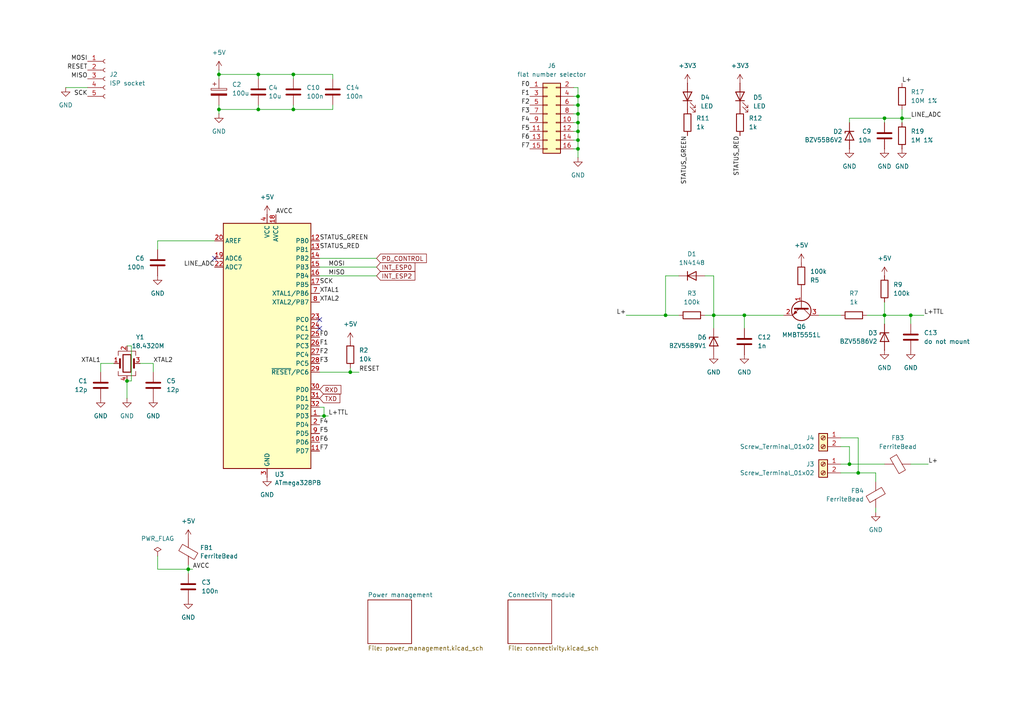
<source format=kicad_sch>
(kicad_sch (version 20231120) (generator "eeschema") (generator_version "8.0")
  (paper "A4")
  (title_block (title "Doorphone sniffer") (date "2024-10-29") (rev "1") (company "Evil Corp.") (comment 1 "Sniffs numbers of flats that are called on the line.") (comment 2 "Sends notifications about events over MQTT.") (comment 3 "Supports Proel-compatible doorphones."))
  (lib_symbols
    (symbol "Connector:Conn_01x05_Socket" (pin_names (offset 1.016) hide)
      (property "Reference" "J" (at 0 7.62 0))
      (property "Value" "Conn_01x05_Socket" (at 0 -7.62 0))
      (symbol "Conn_01x05_Socket_1_1"
        (arc (start 0 -4.572) (mid -0.5058 -5.08) (end 0 -5.588) (stroke (width 0.1524)))
        (arc (start 0 -2.032) (mid -0.5058 -2.54) (end 0 -3.048) (stroke (width 0.1524)))
        (polyline (pts (xy -1.27 -5.08) (xy -0.508 -5.08)) (stroke (width 0.1524)))
        (polyline (pts (xy -1.27 -2.54) (xy -0.508 -2.54)) (stroke (width 0.1524)))
        (polyline (pts (xy -1.27 0) (xy -0.508 0)) (stroke (width 0.1524)))
        (polyline (pts (xy -1.27 2.54) (xy -0.508 2.54)) (stroke (width 0.1524)))
        (polyline (pts (xy -1.27 5.08) (xy -0.508 5.08)) (stroke (width 0.1524)))
        (arc (start 0 0.508) (mid -0.5058 0) (end 0 -0.508) (stroke (width 0.1524)))
        (arc (start 0 3.048) (mid -0.5058 2.54) (end 0 2.032) (stroke (width 0.1524)))
        (arc (start 0 5.588) (mid -0.5058 5.08) (end 0 4.572) (stroke (width 0.1524)))
        (pin passive line (at -5.08 5.08 0) (length 3.81) (name "Pin_1") (number "1"))
        (pin passive line (at -5.08 2.54 0) (length 3.81) (name "Pin_2") (number "2"))
        (pin passive line (at -5.08 0 0) (length 3.81) (name "Pin_3") (number "3"))
        (pin passive line (at -5.08 -2.54 0) (length 3.81) (name "Pin_4") (number "4"))
        (pin passive line (at -5.08 -5.08 0) (length 3.81) (name "Pin_5") (number "5"))
      )
    )
    (symbol "Connector:Screw_Terminal_01x02" (pin_names (offset 1.016) hide)
      (property "Reference" "J" (at 0 2.54 0))
      (property "Value" "Screw_Terminal_01x02" (at 0 -5.08 0))
      (symbol "Screw_Terminal_01x02_1_1"
        (rectangle (start -1.27 1.27) (end 1.27 -3.81) (stroke (width 0.254)) (fill (type background)))
        (circle (center 0 -2.54) (radius 0.635) (stroke (width 0.1524)))
        (polyline (pts (xy -0.5334 -2.2098) (xy 0.3302 -3.048)) (stroke (width 0.1524)))
        (polyline (pts (xy -0.5334 0.3302) (xy 0.3302 -0.508)) (stroke (width 0.1524)))
        (polyline (pts (xy -0.3556 -2.032) (xy 0.508 -2.8702)) (stroke (width 0.1524)))
        (polyline (pts (xy -0.3556 0.508) (xy 0.508 -0.3302)) (stroke (width 0.1524)))
        (circle (center 0 0) (radius 0.635) (stroke (width 0.1524)))
        (pin passive line (at -5.08 0 0) (length 3.81) (name "Pin_1") (number "1"))
        (pin passive line (at -5.08 -2.54 0) (length 3.81) (name "Pin_2") (number "2"))
      )
    )
    (symbol "Connector_Generic:Conn_02x08_Odd_Even" (pin_names (offset 1.016) hide)
      (property "Reference" "J" (at 1.27 10.16 0))
      (property "Value" "Conn_02x08_Odd_Even" (at 1.27 -12.7 0))
      (symbol "Conn_02x08_Odd_Even_1_1"
        (rectangle (start -1.27 -10.033) (end 0 -10.287) (stroke (width 0.1524)))
        (rectangle (start -1.27 -7.493) (end 0 -7.747) (stroke (width 0.1524)))
        (rectangle (start -1.27 -4.953) (end 0 -5.207) (stroke (width 0.1524)))
        (rectangle (start -1.27 -2.413) (end 0 -2.667) (stroke (width 0.1524)))
        (rectangle (start -1.27 0.127) (end 0 -0.127) (stroke (width 0.1524)))
        (rectangle (start -1.27 2.667) (end 0 2.413) (stroke (width 0.1524)))
        (rectangle (start -1.27 5.207) (end 0 4.953) (stroke (width 0.1524)))
        (rectangle (start -1.27 7.747) (end 0 7.493) (stroke (width 0.1524)))
        (rectangle (start -1.27 8.89) (end 3.81 -11.43) (stroke (width 0.254)) (fill (type background)))
        (rectangle (start 3.81 -10.033) (end 2.54 -10.287) (stroke (width 0.1524)))
        (rectangle (start 3.81 -7.493) (end 2.54 -7.747) (stroke (width 0.1524)))
        (rectangle (start 3.81 -4.953) (end 2.54 -5.207) (stroke (width 0.1524)))
        (rectangle (start 3.81 -2.413) (end 2.54 -2.667) (stroke (width 0.1524)))
        (rectangle (start 3.81 0.127) (end 2.54 -0.127) (stroke (width 0.1524)))
        (rectangle (start 3.81 2.667) (end 2.54 2.413) (stroke (width 0.1524)))
        (rectangle (start 3.81 5.207) (end 2.54 4.953) (stroke (width 0.1524)))
        (rectangle (start 3.81 7.747) (end 2.54 7.493) (stroke (width 0.1524)))
        (pin passive line (at -5.08 7.62 0) (length 3.81) (name "Pin_1") (number "1"))
        (pin passive line (at 7.62 -2.54 180) (length 3.81) (name "Pin_10") (number "10"))
        (pin passive line (at -5.08 -5.08 0) (length 3.81) (name "Pin_11") (number "11"))
        (pin passive line (at 7.62 -5.08 180) (length 3.81) (name "Pin_12") (number "12"))
        (pin passive line (at -5.08 -7.62 0) (length 3.81) (name "Pin_13") (number "13"))
        (pin passive line (at 7.62 -7.62 180) (length 3.81) (name "Pin_14") (number "14"))
        (pin passive line (at -5.08 -10.16 0) (length 3.81) (name "Pin_15") (number "15"))
        (pin passive line (at 7.62 -10.16 180) (length 3.81) (name "Pin_16") (number "16"))
        (pin passive line (at 7.62 7.62 180) (length 3.81) (name "Pin_2") (number "2"))
        (pin passive line (at -5.08 5.08 0) (length 3.81) (name "Pin_3") (number "3"))
        (pin passive line (at 7.62 5.08 180) (length 3.81) (name "Pin_4") (number "4"))
        (pin passive line (at -5.08 2.54 0) (length 3.81) (name "Pin_5") (number "5"))
        (pin passive line (at 7.62 2.54 180) (length 3.81) (name "Pin_6") (number "6"))
        (pin passive line (at -5.08 0 0) (length 3.81) (name "Pin_7") (number "7"))
        (pin passive line (at 7.62 0 180) (length 3.81) (name "Pin_8") (number "8"))
        (pin passive line (at -5.08 -2.54 0) (length 3.81) (name "Pin_9") (number "9"))
      )
    )
    (symbol "Device:C" (pin_numbers hide) (pin_names (offset 0.254))
      (property "Reference" "C" (at 0.635 2.54 0))
      (property "Value" "C" (at 0.635 -2.54 0))
      (symbol "C_0_1"
        (polyline (pts (xy -2.032 -0.762) (xy 2.032 -0.762)) (stroke (width 0.508)))
        (polyline (pts (xy -2.032 0.762) (xy 2.032 0.762)) (stroke (width 0.508)))
      )
      (symbol "C_1_1"
        (pin passive line (at 0 3.81 270) (length 2.794) (name "~") (number "1"))
        (pin passive line (at 0 -3.81 90) (length 2.794) (name "~") (number "2"))
      )
    )
    (symbol "Device:C_Polarized" (pin_numbers hide) (pin_names (offset 0.254))
      (property "Reference" "C" (at 0.635 2.54 0))
      (property "Value" "C_Polarized" (at 0.635 -2.54 0))
      (symbol "C_Polarized_0_1"
        (rectangle (start -2.286 0.508) (end 2.286 1.016))
        (polyline (pts (xy -1.778 2.286) (xy -0.762 2.286)))
        (polyline (pts (xy -1.27 2.794) (xy -1.27 1.778)))
        (rectangle (start 2.286 -0.508) (end -2.286 -1.016) (fill (type outline)))
      )
      (symbol "C_Polarized_1_1"
        (pin passive line (at 0 3.81 270) (length 2.794) (name "~") (number "1"))
        (pin passive line (at 0 -3.81 90) (length 2.794) (name "~") (number "2"))
      )
    )
    (symbol "Device:Crystal_GND24" (pin_names (offset 1.016) hide)
      (property "Reference" "Y" (at 3.175 5.08 0))
      (property "Value" "Crystal_GND24" (at 3.175 3.175 0))
      (symbol "Crystal_GND24_0_1"
        (rectangle (start -1.143 2.54) (end 1.143 -2.54) (stroke (width 0.3048)))
        (polyline (pts (xy -2.54 0) (xy -2.032 0)))
        (polyline (pts (xy -2.032 -1.27) (xy -2.032 1.27)) (stroke (width 0.508)))
        (polyline (pts (xy 0 -3.81) (xy 0 -3.556)))
        (polyline (pts (xy 0 3.556) (xy 0 3.81)))
        (polyline (pts (xy 2.032 -1.27) (xy 2.032 1.27)) (stroke (width 0.508)))
        (polyline (pts (xy 2.032 0) (xy 2.54 0)))
        (polyline (pts (xy -2.54 -2.286) (xy -2.54 -3.556) (xy 2.54 -3.556) (xy 2.54 -2.286)))
        (polyline (pts (xy -2.54 2.286) (xy -2.54 3.556) (xy 2.54 3.556) (xy 2.54 2.286)))
      )
      (symbol "Crystal_GND24_1_1"
        (pin passive line (at -3.81 0 0) (length 1.27) (name "1") (number "1"))
        (pin passive line (at 0 5.08 270) (length 1.27) (name "2") (number "2"))
        (pin passive line (at 3.81 0 180) (length 1.27) (name "3") (number "3"))
        (pin passive line (at 0 -5.08 90) (length 1.27) (name "4") (number "4"))
      )
    )
    (symbol "Device:D" (pin_numbers hide) (pin_names (offset 1.016) hide)
      (property "Reference" "D" (at 0 2.54 0))
      (property "Value" "D" (at 0 -2.54 0))
      (symbol "D_0_1"
        (polyline (pts (xy -1.27 1.27) (xy -1.27 -1.27)) (stroke (width 0.254)))
        (polyline (pts (xy 1.27 0) (xy -1.27 0)))
        (polyline (pts (xy 1.27 1.27) (xy 1.27 -1.27) (xy -1.27 0) (xy 1.27 1.27)) (stroke (width 0.254)))
      )
      (symbol "D_1_1"
        (pin passive line (at -3.81 0 0) (length 2.54) (name "K") (number "1"))
        (pin passive line (at 3.81 0 180) (length 2.54) (name "A") (number "2"))
      )
    )
    (symbol "Device:FerriteBead" (pin_numbers hide) (pin_names (offset 0))
      (property "Reference" "FB" (at -3.81 0.635 90))
      (property "Value" "FerriteBead" (at 3.81 0 90))
      (symbol "FerriteBead_0_1"
        (polyline (pts (xy 0 -1.27) (xy 0 -1.2192)))
        (polyline (pts (xy 0 1.27) (xy 0 1.2954)))
        (polyline (pts (xy -2.7686 0.4064) (xy -1.7018 2.2606) (xy 2.7686 -0.3048) (xy 1.6764 -2.159) (xy -2.7686 0.4064)))
      )
      (symbol "FerriteBead_1_1"
        (pin passive line (at 0 3.81 270) (length 2.54) (name "~") (number "1"))
        (pin passive line (at 0 -3.81 90) (length 2.54) (name "~") (number "2"))
      )
    )
    (symbol "Device:LED" (pin_numbers hide) (pin_names (offset 1.016) hide)
      (property "Reference" "D" (at 0 2.54 0))
      (property "Value" "LED" (at 0 -2.54 0))
      (symbol "LED_0_1"
        (polyline (pts (xy -1.27 -1.27) (xy -1.27 1.27)) (stroke (width 0.254)))
        (polyline (pts (xy -1.27 0) (xy 1.27 0)))
        (polyline (pts (xy 1.27 -1.27) (xy 1.27 1.27) (xy -1.27 0) (xy 1.27 -1.27)) (stroke (width 0.254)))
        (polyline (pts (xy -3.048 -0.762) (xy -4.572 -2.286) (xy -3.81 -2.286) (xy -4.572 -2.286) (xy -4.572 -1.524)))
        (polyline (pts (xy -1.778 -0.762) (xy -3.302 -2.286) (xy -2.54 -2.286) (xy -3.302 -2.286) (xy -3.302 -1.524)))
      )
      (symbol "LED_1_1"
        (pin passive line (at -3.81 0 0) (length 2.54) (name "K") (number "1"))
        (pin passive line (at 3.81 0 180) (length 2.54) (name "A") (number "2"))
      )
    )
    (symbol "Device:R" (pin_numbers hide) (pin_names (offset 0))
      (property "Reference" "R" (at 2.032 0 90))
      (property "Value" "R" (at 0 0 90))
      (symbol "R_0_1"
        (rectangle (start -1.016 -2.54) (end 1.016 2.54) (stroke (width 0.254)))
      )
      (symbol "R_1_1"
        (pin passive line (at 0 3.81 270) (length 1.27) (name "~") (number "1"))
        (pin passive line (at 0 -3.81 90) (length 1.27) (name "~") (number "2"))
      )
    )
    (symbol "Diode:BZV55B6V2" (pin_numbers hide) (pin_names hide)
      (property "Reference" "D" (at 0 2.54 0))
      (property "Value" "BZV55B6V2" (at 0 -2.54 0))
      (symbol "BZV55B6V2_0_1"
        (polyline (pts (xy 1.27 0) (xy -1.27 0)))
        (polyline (pts (xy -1.27 -1.27) (xy -1.27 1.27) (xy -0.762 1.27)) (stroke (width 0.254)))
        (polyline (pts (xy 1.27 -1.27) (xy 1.27 1.27) (xy -1.27 0) (xy 1.27 -1.27)) (stroke (width 0.254)))
      )
      (symbol "BZV55B6V2_1_1"
        (pin passive line (at -3.81 0 0) (length 2.54) (name "K") (number "1"))
        (pin passive line (at 3.81 0 180) (length 2.54) (name "A") (number "2"))
      )
    )
    (symbol "Diode:BZV55B9V1" (pin_numbers hide) (pin_names hide)
      (property "Reference" "D" (at 0 2.54 0))
      (property "Value" "BZV55B9V1" (at 0 -2.54 0))
      (symbol "BZV55B9V1_0_1"
        (polyline (pts (xy 1.27 0) (xy -1.27 0)))
        (polyline (pts (xy -1.27 -1.27) (xy -1.27 1.27) (xy -0.762 1.27)) (stroke (width 0.254)))
        (polyline (pts (xy 1.27 -1.27) (xy 1.27 1.27) (xy -1.27 0) (xy 1.27 -1.27)) (stroke (width 0.254)))
      )
      (symbol "BZV55B9V1_1_1"
        (pin passive line (at -3.81 0 0) (length 2.54) (name "K") (number "1"))
        (pin passive line (at 3.81 0 180) (length 2.54) (name "A") (number "2"))
      )
    )
    (symbol "MCU_Microchip_ATmega:ATmega328P-A"
      (property "Reference" "U" (at -12.7 36.83 0))
      (property "Value" "ATmega328P-A" (at 2.54 -36.83 0))
      (symbol "ATmega328P-A_0_1"
        (rectangle (start -12.7 -35.56) (end 12.7 35.56) (stroke (width 0.254)) (fill (type background)))
      )
      (symbol "ATmega328P-A_1_1"
        (pin bidirectional line (at 15.24 -20.32 180) (length 2.54) (name "PD3") (number "1"))
        (pin bidirectional line (at 15.24 -27.94 180) (length 2.54) (name "PD6") (number "10"))
        (pin bidirectional line (at 15.24 -30.48 180) (length 2.54) (name "PD7") (number "11"))
        (pin bidirectional line (at 15.24 30.48 180) (length 2.54) (name "PB0") (number "12"))
        (pin bidirectional line (at 15.24 27.94 180) (length 2.54) (name "PB1") (number "13"))
        (pin bidirectional line (at 15.24 25.4 180) (length 2.54) (name "PB2") (number "14"))
        (pin bidirectional line (at 15.24 22.86 180) (length 2.54) (name "PB3") (number "15"))
        (pin bidirectional line (at 15.24 20.32 180) (length 2.54) (name "PB4") (number "16"))
        (pin bidirectional line (at 15.24 17.78 180) (length 2.54) (name "PB5") (number "17"))
        (pin power_in line (at 2.54 38.1 270) (length 2.54) (name "AVCC") (number "18"))
        (pin input line (at -15.24 25.4 0) (length 2.54) (name "ADC6") (number "19"))
        (pin bidirectional line (at 15.24 -22.86 180) (length 2.54) (name "PD4") (number "2"))
        (pin passive line (at -15.24 30.48 0) (length 2.54) (name "AREF") (number "20"))
        (pin passive line (at 0 -38.1 90) (length 2.54) hide (name "GND") (number "21"))
        (pin input line (at -15.24 22.86 0) (length 2.54) (name "ADC7") (number "22"))
        (pin bidirectional line (at 15.24 7.62 180) (length 2.54) (name "PC0") (number "23"))
        (pin bidirectional line (at 15.24 5.08 180) (length 2.54) (name "PC1") (number "24"))
        (pin bidirectional line (at 15.24 2.54 180) (length 2.54) (name "PC2") (number "25"))
        (pin bidirectional line (at 15.24 0 180) (length 2.54) (name "PC3") (number "26"))
        (pin bidirectional line (at 15.24 -2.54 180) (length 2.54) (name "PC4") (number "27"))
        (pin bidirectional line (at 15.24 -5.08 180) (length 2.54) (name "PC5") (number "28"))
        (pin bidirectional line (at 15.24 -7.62 180) (length 2.54) (name "~{RESET}/PC6") (number "29"))
        (pin power_in line (at 0 -38.1 90) (length 2.54) (name "GND") (number "3"))
        (pin bidirectional line (at 15.24 -12.7 180) (length 2.54) (name "PD0") (number "30"))
        (pin bidirectional line (at 15.24 -15.24 180) (length 2.54) (name "PD1") (number "31"))
        (pin bidirectional line (at 15.24 -17.78 180) (length 2.54) (name "PD2") (number "32"))
        (pin power_in line (at 0 38.1 270) (length 2.54) (name "VCC") (number "4"))
        (pin passive line (at 0 -38.1 90) (length 2.54) hide (name "GND") (number "5"))
        (pin passive line (at 0 38.1 270) (length 2.54) hide (name "VCC") (number "6"))
        (pin bidirectional line (at 15.24 15.24 180) (length 2.54) (name "XTAL1/PB6") (number "7"))
        (pin bidirectional line (at 15.24 12.7 180) (length 2.54) (name "XTAL2/PB7") (number "8"))
        (pin bidirectional line (at 15.24 -25.4 180) (length 2.54) (name "PD5") (number "9"))
      )
    )
    (symbol "Transistor_BJT:MMBT5551L" (pin_names (offset 0) hide)
      (property "Reference" "Q" (at 5.08 1.905 0))
      (property "Value" "MMBT5551L" (at 5.08 0 0))
      (symbol "MMBT5551L_0_1"
        (polyline (pts (xy 0.635 0.635) (xy 2.54 2.54)))
        (polyline (pts (xy 0.635 -0.635) (xy 2.54 -2.54) (xy 2.54 -2.54)))
        (polyline (pts (xy 0.635 1.905) (xy 0.635 -1.905) (xy 0.635 -1.905)) (stroke (width 0.508)))
        (polyline (pts (xy 1.27 -1.778) (xy 1.778 -1.27) (xy 2.286 -2.286) (xy 1.27 -1.778) (xy 1.27 -1.778)) (fill (type outline)))
        (circle (center 1.27 0) (radius 2.8194) (stroke (width 0.254)))
      )
      (symbol "MMBT5551L_1_1"
        (pin input line (at -5.08 0 0) (length 5.715) (name "B") (number "1"))
        (pin passive line (at 2.54 -5.08 90) (length 2.54) (name "E") (number "2"))
        (pin passive line (at 2.54 5.08 270) (length 2.54) (name "C") (number "3"))
      )
    )
    (symbol "power:+3V3" (power) (pin_numbers hide) (pin_names (offset 0) hide)
      (property "Value" "+3V3" (at 0 3.556 0))
      (symbol "+3V3_0_1"
        (polyline (pts (xy -0.762 1.27) (xy 0 2.54)))
        (polyline (pts (xy 0 0) (xy 0 2.54)))
        (polyline (pts (xy 0 2.54) (xy 0.762 1.27)))
      )
      (symbol "+3V3_1_1"
        (pin power_in line (at 0 0 90) (length 0) (name "~") (number "1"))
      )
    )
    (symbol "power:+5V" (power) (pin_numbers hide) (pin_names (offset 0) hide)
      (property "Value" "+5V" (at 0 3.556 0))
      (symbol "+5V_0_1"
        (polyline (pts (xy -0.762 1.27) (xy 0 2.54)))
        (polyline (pts (xy 0 0) (xy 0 2.54)))
        (polyline (pts (xy 0 2.54) (xy 0.762 1.27)))
      )
      (symbol "+5V_1_1"
        (pin power_in line (at 0 0 90) (length 0) (name "~") (number "1"))
      )
    )
    (symbol "power:GND" (power) (pin_numbers hide) (pin_names (offset 0) hide)
      (property "Value" "GND" (at 0 -3.81 0))
      (symbol "GND_0_1"
        (polyline (pts (xy 0 0) (xy 0 -1.27) (xy 1.27 -1.27) (xy 0 -2.54) (xy -1.27 -1.27) (xy 0 -1.27)))
      )
      (symbol "GND_1_1"
        (pin power_in line (at 0 0 270) (length 0) (name "~") (number "1"))
      )
    )
    (symbol "power:PWR_FLAG" (power) (pin_numbers hide) (pin_names (offset 0) hide)
      (property "Value" "PWR_FLAG" (at 0 3.81 0))
      (symbol "PWR_FLAG_0_0"
        (pin power_out line (at 0 0 90) (length 0) (name "~") (number "1"))
      )
      (symbol "PWR_FLAG_0_1"
        (polyline (pts (xy 0 0) (xy 0 1.27) (xy -1.016 1.905) (xy 0 2.54) (xy 1.016 1.905) (xy 0 1.27)))
      )
    )
  )
  (junction (at 85.09 21.59))
  (junction (at 74.93 31.75))
  (junction (at 264.16 91.44))
  (junction (at 256.54 34.29))
  (junction (at 74.93 21.59))
  (junction (at 36.83 110.49))
  (junction (at 167.64 30.48))
  (junction (at 63.5 21.59))
  (junction (at 167.64 43.18))
  (junction (at 54.61 165.1))
  (junction (at 101.6 107.95))
  (junction (at 167.64 40.64))
  (junction (at 85.09 31.75))
  (junction (at 167.64 27.94))
  (junction (at 246.38 134.62))
  (junction (at 167.64 38.1))
  (junction (at 256.54 91.44))
  (junction (at 63.5 31.75))
  (junction (at 167.64 33.02))
  (junction (at 215.9 91.44))
  (junction (at 261.62 34.29))
  (junction (at 207.01 91.44))
  (junction (at 167.64 35.56))
  (junction (at 93.98 120.65))
  (junction (at 193.04 91.44))
  (junction (at 248.92 137.16))
  (no_connect (at 62.23 74.93))
  (no_connect (at 92.71 95.25))
  (no_connect (at 92.71 92.71))
  (wire (pts (xy 93.98 118.11) (xy 93.98 120.65)))
  (wire (pts (xy 167.64 35.56) (xy 167.64 38.1)))
  (wire (pts (xy 92.71 118.11) (xy 93.98 118.11)))
  (wire (pts (xy 92.71 80.01) (xy 109.22 80.01)))
  (wire (pts (xy 193.04 80.01) (xy 193.04 91.44)))
  (wire (pts (xy 45.72 165.1) (xy 54.61 165.1)))
  (wire (pts (xy 166.37 40.64) (xy 167.64 40.64)))
  (wire (pts (xy 54.61 165.1) (xy 54.61 166.37)))
  (wire (pts (xy 207.01 91.44) (xy 207.01 95.25)))
  (wire (pts (xy 207.01 91.44) (xy 207.01 80.01)))
  (wire (pts (xy 269.24 134.62) (xy 264.16 134.62)))
  (wire (pts (xy 167.64 30.48) (xy 167.64 33.02)))
  (wire (pts (xy 29.21 105.41) (xy 33.02 105.41)))
  (wire (pts (xy 167.64 40.64) (xy 167.64 43.18)))
  (wire (pts (xy 243.84 129.54) (xy 246.38 129.54)))
  (wire (pts (xy 93.98 120.65) (xy 95.25 120.65)))
  (wire (pts (xy 74.93 30.48) (xy 74.93 31.75)))
  (wire (pts (xy 246.38 35.56) (xy 246.38 34.29)))
  (wire (pts (xy 19.05 25.4) (xy 25.4 25.4)))
  (wire (pts (xy 254 137.16) (xy 254 139.7)))
  (wire (pts (xy 74.93 21.59) (xy 85.09 21.59)))
  (wire (pts (xy 36.83 110.49) (xy 38.1 110.49)))
  (wire (pts (xy 167.64 43.18) (xy 167.64 45.72)))
  (wire (pts (xy 167.64 27.94) (xy 167.64 30.48)))
  (wire (pts (xy 92.71 120.65) (xy 93.98 120.65)))
  (wire (pts (xy 261.62 34.29) (xy 264.16 34.29)))
  (wire (pts (xy 167.64 38.1) (xy 167.64 40.64)))
  (wire (pts (xy 63.5 21.59) (xy 63.5 22.86)))
  (wire (pts (xy 256.54 91.44) (xy 251.46 91.44)))
  (wire (pts (xy 63.5 20.32) (xy 63.5 21.59)))
  (wire (pts (xy 74.93 22.86) (xy 74.93 21.59)))
  (wire (pts (xy 246.38 129.54) (xy 246.38 134.62)))
  (wire (pts (xy 261.62 34.29) (xy 261.62 35.56)))
  (wire (pts (xy 167.64 33.02) (xy 167.64 35.56)))
  (wire (pts (xy 54.61 163.83) (xy 54.61 165.1)))
  (wire (pts (xy 256.54 91.44) (xy 256.54 93.98)))
  (wire (pts (xy 243.84 137.16) (xy 248.92 137.16)))
  (wire (pts (xy 54.61 165.1) (xy 55.88 165.1)))
  (wire (pts (xy 85.09 21.59) (xy 96.52 21.59)))
  (wire (pts (xy 204.47 91.44) (xy 207.01 91.44)))
  (wire (pts (xy 74.93 31.75) (xy 85.09 31.75)))
  (wire (pts (xy 29.21 107.95) (xy 29.21 105.41)))
  (wire (pts (xy 166.37 30.48) (xy 167.64 30.48)))
  (wire (pts (xy 101.6 107.95) (xy 104.14 107.95)))
  (wire (pts (xy 36.83 100.33) (xy 38.1 100.33)))
  (wire (pts (xy 85.09 22.86) (xy 85.09 21.59)))
  (wire (pts (xy 256.54 91.44) (xy 264.16 91.44)))
  (wire (pts (xy 166.37 25.4) (xy 167.64 25.4)))
  (wire (pts (xy 166.37 35.56) (xy 167.64 35.56)))
  (wire (pts (xy 166.37 27.94) (xy 167.64 27.94)))
  (wire (pts (xy 96.52 22.86) (xy 96.52 21.59)))
  (wire (pts (xy 166.37 43.18) (xy 167.64 43.18)))
  (wire (pts (xy 40.64 105.41) (xy 44.45 105.41)))
  (wire (pts (xy 63.5 31.75) (xy 74.93 31.75)))
  (wire (pts (xy 85.09 31.75) (xy 96.52 31.75)))
  (wire (pts (xy 45.72 69.85) (xy 62.23 69.85)))
  (wire (pts (xy 215.9 91.44) (xy 227.33 91.44)))
  (wire (pts (xy 207.01 91.44) (xy 215.9 91.44)))
  (wire (pts (xy 196.85 80.01) (xy 193.04 80.01)))
  (wire (pts (xy 63.5 31.75) (xy 63.5 33.02)))
  (wire (pts (xy 63.5 21.59) (xy 74.93 21.59)))
  (wire (pts (xy 92.71 77.47) (xy 109.22 77.47)))
  (wire (pts (xy 256.54 87.63) (xy 256.54 91.44)))
  (wire (pts (xy 92.71 74.93) (xy 109.22 74.93)))
  (wire (pts (xy 45.72 69.85) (xy 45.72 72.39)))
  (wire (pts (xy 237.49 91.44) (xy 243.84 91.44)))
  (wire (pts (xy 167.64 25.4) (xy 167.64 27.94)))
  (wire (pts (xy 166.37 38.1) (xy 167.64 38.1)))
  (wire (pts (xy 207.01 80.01) (xy 204.47 80.01)))
  (wire (pts (xy 36.83 115.57) (xy 36.83 110.49)))
  (wire (pts (xy 85.09 30.48) (xy 85.09 31.75)))
  (wire (pts (xy 243.84 134.62) (xy 246.38 134.62)))
  (wire (pts (xy 166.37 33.02) (xy 167.64 33.02)))
  (wire (pts (xy 96.52 30.48) (xy 96.52 31.75)))
  (wire (pts (xy 248.92 127) (xy 248.92 137.16)))
  (wire (pts (xy 254 148.59) (xy 254 147.32)))
  (wire (pts (xy 45.72 161.29) (xy 45.72 165.1)))
  (wire (pts (xy 38.1 100.33) (xy 38.1 110.49)))
  (wire (pts (xy 101.6 106.68) (xy 101.6 107.95)))
  (wire (pts (xy 193.04 91.44) (xy 196.85 91.44)))
  (wire (pts (xy 248.92 137.16) (xy 254 137.16)))
  (wire (pts (xy 264.16 91.44) (xy 267.97 91.44)))
  (wire (pts (xy 44.45 107.95) (xy 44.45 105.41)))
  (wire (pts (xy 264.16 91.44) (xy 264.16 93.98)))
  (wire (pts (xy 243.84 127) (xy 248.92 127)))
  (wire (pts (xy 256.54 35.56) (xy 256.54 34.29)))
  (wire (pts (xy 246.38 34.29) (xy 256.54 34.29)))
  (wire (pts (xy 246.38 134.62) (xy 256.54 134.62)))
  (wire (pts (xy 256.54 34.29) (xy 261.62 34.29)))
  (wire (pts (xy 92.71 107.95) (xy 101.6 107.95)))
  (wire (pts (xy 181.61 91.44) (xy 193.04 91.44)))
  (wire (pts (xy 215.9 91.44) (xy 215.9 95.25)))
  (wire (pts (xy 63.5 30.48) (xy 63.5 31.75)))
  (wire (pts (xy 261.62 31.75) (xy 261.62 34.29)))
  (label "F4" (at 153.67 35.56 180))
  (label "XTAL1" (at 92.71 85.09 0))
  (label "F3" (at 92.71 105.41 0))
  (label "AVCC" (at 55.88 165.1 0))
  (label "F2" (at 92.71 102.87 0))
  (label "LINE_ADC" (at 62.23 77.47 180))
  (label "MOSI" (at 25.4 17.78 180))
  (label "SCK" (at 25.4 27.94 180))
  (label "F5" (at 153.67 38.1 180))
  (label "L+" (at 261.62 24.13 0))
  (label "L+" (at 181.61 91.44 180))
  (label "F1" (at 92.71 100.33 0))
  (label "F7" (at 92.71 130.81 0))
  (label "F2" (at 153.67 30.48 180))
  (label "LINE_ADC" (at 264.16 34.29 0))
  (label "L+" (at 269.24 134.62 0))
  (label "XTAL2" (at 44.45 105.41 0))
  (label "STATUS_GREEN" (at 92.71 69.85 0))
  (label "L+TTL" (at 95.25 120.65 0))
  (label "F3" (at 153.67 33.02 180))
  (label "AVCC" (at 80.01 62.23 0))
  (label "F0" (at 153.67 25.4 180))
  (label "RESET" (at 25.4 20.32 180))
  (label "MOSI" (at 95.25 77.47 0))
  (label "F6" (at 92.71 128.27 0))
  (label "XTAL1" (at 29.21 105.41 180))
  (label "STATUS_RED" (at 214.63 39.37 270))
  (label "F6" (at 153.67 40.64 180))
  (label "F0" (at 92.71 97.79 0))
  (label "F7" (at 153.67 43.18 180))
  (label "F4" (at 92.71 123.19 0))
  (label "XTAL2" (at 92.71 87.63 0))
  (label "L+TTL" (at 267.97 91.44 0))
  (label "STATUS_RED" (at 92.71 72.39 0))
  (label "MISO" (at 95.25 80.01 0))
  (label "RESET" (at 104.14 107.95 0))
  (label "MISO" (at 25.4 22.86 180))
  (label "F1" (at 153.67 27.94 180))
  (label "F5" (at 92.71 125.73 0))
  (label "SCK" (at 92.71 82.55 0))
  (label "STATUS_GREEN" (at 199.39 39.37 270))
  (global_label "RXD" (shape input) (at 92.71 113.03 0) (property "Intersheetrefs" "${INTERSHEET_REFS}" (effects (hide yes))))
  (global_label "INT_ESP0" (shape input) (at 109.22 77.47 0) (property "Intersheetrefs" "${INTERSHEET_REFS}" (effects (hide yes))))
  (global_label "TXD" (shape input) (at 92.71 115.57 0) (property "Intersheetrefs" "${INTERSHEET_REFS}" (effects (hide yes))))
  (global_label "PD_CONTROL" (shape input) (at 109.22 74.93 0) (property "Intersheetrefs" "${INTERSHEET_REFS}" (effects (hide yes))))
  (global_label "INT_ESP2" (shape input) (at 109.22 80.01 0) (property "Intersheetrefs" "${INTERSHEET_REFS}" (effects (hide yes))))
  (symbol (lib_id "Device:D") (at 200.66 80.01 0) (mirror x) (unit 1)
    (property "Reference" "D1" (at 200.66 73.66 0))
    (property "Value" "1N4148" (at 200.66 76.2 0))
    (property "Description" "Diode" (effects (hide yes)))
    (property "Sim.Device" "D" (effects (hide yes)))
    (property "Sim.Pins" "1=K 2=A" (effects (hide yes)))
  )
  (symbol (lib_id "Device:C") (at 29.21 111.76 0) (unit 1)
    (property "Reference" "C1" (at 25.4 110.4899 0) (effects (justify right)))
    (property "Value" "12p" (at 25.4 113.0299 0) (effects (justify right)))
    (property "Description" "Unpolarized capacitor" (effects (hide yes)))
  )
  (symbol (lib_id "power:+5V") (at 63.5 20.32 0) (unit 1)
    (property "Reference" "#PWR03" (effects (hide yes)))
    (property "Value" "+5V" (at 63.5 15.24 0))
    (property "Description" "Power symbol creates a global label with name \"+5V\"" (effects (hide yes)))
  )
  (symbol (lib_id "Device:C") (at 256.54 39.37 0) (unit 1)
    (property "Reference" "C9" (at 252.73 38.0999 0) (effects (justify right)))
    (property "Value" "10n" (at 252.73 40.6399 0) (effects (justify right)))
    (property "Description" "Unpolarized capacitor" (effects (hide yes)))
  )
  (symbol (lib_id "power:GND") (at 167.64 45.72 0) (unit 1)
    (property "Reference" "#PWR053" (effects (hide yes)))
    (property "Value" "GND" (at 167.64 50.8 0))
    (property "Description" "Power symbol creates a global label with name \"GND\" , ground" (effects (hide yes)))
  )
  (symbol (lib_id "power:GND") (at 256.54 43.18 0) (unit 1)
    (property "Reference" "#PWR035" (effects (hide yes)))
    (property "Value" "GND" (at 256.54 48.26 0))
    (property "Description" "Power symbol creates a global label with name \"GND\" , ground" (effects (hide yes)))
  )
  (symbol (lib_id "Device:C") (at 215.9 99.06 0) (unit 1)
    (property "Reference" "C12" (at 219.71 97.7899 0) (effects (justify left)))
    (property "Value" "1n" (at 219.71 100.3299 0) (effects (justify left)))
    (property "Description" "Unpolarized capacitor" (effects (hide yes)))
  )
  (symbol (lib_id "power:GND") (at 44.45 115.57 0) (unit 1)
    (property "Reference" "#PWR08" (effects (hide yes)))
    (property "Value" "GND" (at 44.45 120.65 0))
    (property "Description" "Power symbol creates a global label with name \"GND\" , ground" (effects (hide yes)))
  )
  (symbol (lib_id "Device:R") (at 261.62 39.37 0) (unit 1)
    (property "Reference" "R19" (at 264.16 38.0999 0) (effects (justify left)))
    (property "Value" "1M 1%" (at 264.16 40.6399 0) (effects (justify left)))
    (property "Description" "Resistor" (effects (hide yes)))
  )
  (symbol (lib_id "Device:C") (at 44.45 111.76 0) (unit 1)
    (property "Reference" "C5" (at 48.26 110.4899 0) (effects (justify left)))
    (property "Value" "12p" (at 48.26 113.0299 0) (effects (justify left)))
    (property "Description" "Unpolarized capacitor" (effects (hide yes)))
  )
  (symbol (lib_id "Device:Crystal_GND24") (at 36.83 105.41 0) (unit 1)
    (property "Reference" "Y1" (at 40.64 97.79 0))
    (property "Value" "18.4320M" (at 42.926 100.33 0))
    (property "Footprint" "Crystal:Crystal_SMD_3225-4Pin_3.2x2.5mm" (effects (hide yes)))
  )
  (symbol (lib_id "Device:R") (at 214.63 35.56 0) (unit 1)
    (property "Reference" "R12" (at 217.17 34.2899 0) (effects (justify left)))
    (property "Value" "1k" (at 217.17 36.8299 0) (effects (justify left)))
    (property "Footprint" "Resistor_THT:R_Axial_DIN0207_L6.3mm_D2.5mm_P7.62mm_Horizontal" (effects (hide yes)))
    (property "Description" "Resistor" (effects (hide yes)))
  )
  (symbol (lib_id "power:GND") (at 207.01 102.87 0) (unit 1)
    (property "Reference" "#PWR021" (effects (hide yes)))
    (property "Value" "GND" (at 207.01 107.95 0))
    (property "Description" "Power symbol creates a global label with name \"GND\" , ground" (effects (hide yes)))
  )
  (symbol (lib_id "Device:C") (at 96.52 26.67 0) (unit 1)
    (property "Reference" "C14" (at 100.33 25.3999 0) (effects (justify left)))
    (property "Value" "100n" (at 100.33 27.9399 0) (effects (justify left)))
    (property "Description" "Unpolarized capacitor" (effects (hide yes)))
  )
  (symbol (lib_id "Device:FerriteBead") (at 260.35 134.62 270) (mirror x) (unit 1)
    (property "Reference" "FB3" (at 260.4008 127 90))
    (property "Value" "FerriteBead" (at 260.4008 129.54 90))
    (property "Description" "Ferrite bead" (effects (hide yes)))
  )
  (symbol (lib_id "Connector:Screw_Terminal_01x02") (at 238.76 127 0) (mirror y) (unit 1)
    (property "Reference" "J4" (at 236.22 126.9999 0) (effects (justify left)))
    (property "Value" "Screw_Terminal_01x02" (at 236.22 129.5399 0) (effects (justify left)))
    (property "Footprint" "TerminalBlock:TerminalBlock_bornier-2_P5.08mm" (effects (hide yes)))
    (property "Description" "Generic screw terminal, single row, 01x02, script generated (kicad-library-utils/schlib/autogen/connector/)" (effects (hide yes)))
  )
  (symbol (lib_id "power:GND") (at 45.72 80.01 0) (unit 1)
    (property "Reference" "#PWR010" (effects (hide yes)))
    (property "Value" "GND" (at 45.72 85.09 0))
    (property "Description" "Power symbol creates a global label with name \"GND\" , ground" (effects (hide yes)))
  )
  (symbol (lib_id "Device:FerriteBead") (at 254 143.51 0) (mirror x) (unit 1)
    (property "Reference" "FB4" (at 250.5964 142.3486 0) (effects (justify right)))
    (property "Value" "FerriteBead" (at 250.5964 144.7729 0) (effects (justify right)))
    (property "Description" "Ferrite bead" (effects (hide yes)))
  )
  (symbol (lib_id "Diode:BZV55B9V1") (at 207.01 99.06 90) (mirror x) (unit 1)
    (property "Reference" "D6" (at 204.978 97.8478 90) (effects (justify left)))
    (property "Value" "BZV55B9V1" (at 204.978 100.2721 90) (effects (justify left)))
    (property "Footprint" "Diode_SMD:D_MiniMELF" (effects (hide yes)))
    (property "Datasheet" "https://assets.nexperia.com/documents/data-sheet/BZV55_SER.pdf" (effects (hide yes)))
    (property "Description" "9.1V, 500mW, 2%, Zener diode, MiniMELF" (effects (hide yes)))
  )
  (symbol (lib_id "Device:C") (at 45.72 76.2 0) (unit 1)
    (property "Reference" "C6" (at 41.91 74.9299 0) (effects (justify right)))
    (property "Value" "100n" (at 41.91 77.4699 0) (effects (justify right)))
    (property "Description" "Unpolarized capacitor" (effects (hide yes)))
  )
  (symbol (lib_id "Device:C_Polarized") (at 63.5 26.67 0) (unit 1)
    (property "Reference" "C2" (at 67.31 24.5109 0) (effects (justify left)))
    (property "Value" "100u" (at 67.31 27.0509 0) (effects (justify left)))
    (property "Description" "Polarized capacitor" (effects (hide yes)))
  )
  (symbol (lib_id "Connector:Screw_Terminal_01x02") (at 238.76 134.62 0) (mirror y) (unit 1)
    (property "Reference" "J3" (at 236.22 134.6199 0) (effects (justify left)))
    (property "Value" "Screw_Terminal_01x02" (at 236.22 137.1599 0) (effects (justify left)))
    (property "Footprint" "TerminalBlock:TerminalBlock_bornier-2_P5.08mm" (effects (hide yes)))
    (property "Description" "Generic screw terminal, single row, 01x02, script generated (kicad-library-utils/schlib/autogen/connector/)" (effects (hide yes)))
  )
  (symbol (lib_id "Device:R") (at 101.6 102.87 0) (unit 1)
    (property "Reference" "R2" (at 104.14 101.5999 0) (effects (justify left)))
    (property "Value" "10k" (at 104.14 104.1399 0) (effects (justify left)))
    (property "Description" "Resistor" (effects (hide yes)))
  )
  (symbol (lib_id "Diode:BZV55B6V2") (at 256.54 97.79 90) (mirror x) (unit 1)
    (property "Reference" "D3" (at 254.508 96.5778 90) (effects (justify left)))
    (property "Value" "BZV55B6V2" (at 254.508 99.0021 90) (effects (justify left)))
    (property "Footprint" "Diode_SMD:D_MiniMELF" (effects (hide yes)))
    (property "Datasheet" "https://assets.nexperia.com/documents/data-sheet/BZV55_SER.pdf" (effects (hide yes)))
    (property "Description" "6.2V, 500mW, 2%, Zener diode, MiniMELF" (effects (hide yes)))
  )
  (symbol (lib_id "power:GND") (at 54.61 173.99 0) (unit 1)
    (property "Reference" "#PWR06" (effects (hide yes)))
    (property "Value" "GND" (at 54.61 179.07 0))
    (property "Description" "Power symbol creates a global label with name \"GND\" , ground" (effects (hide yes)))
  )
  (symbol (lib_id "Device:R") (at 232.41 80.01 180) (unit 1)
    (property "Reference" "R5" (at 234.95 81.2801 0) (effects (justify right)))
    (property "Value" "100k" (at 234.95 78.7401 0) (effects (justify right)))
    (property "Description" "Resistor" (effects (hide yes)))
  )
  (symbol (lib_id "power:GND") (at 63.5 33.02 0) (unit 1)
    (property "Reference" "#PWR04" (effects (hide yes)))
    (property "Value" "GND" (at 63.5 38.1 0))
    (property "Description" "Power symbol creates a global label with name \"GND\" , ground" (effects (hide yes)))
  )
  (symbol (lib_id "power:+3V3") (at 214.63 24.13 0) (unit 1)
    (property "Reference" "#PWR032" (effects (hide yes)))
    (property "Value" "+3V3" (at 214.63 19.05 0))
    (property "Description" "Power symbol creates a global label with name \"+3V3\"" (effects (hide yes)))
  )
  (symbol (lib_id "Device:R") (at 247.65 91.44 270) (mirror x) (unit 1)
    (property "Reference" "R7" (at 247.65 85.09 90))
    (property "Value" "1k" (at 247.65 87.63 90))
    (property "Description" "Resistor" (effects (hide yes)))
  )
  (symbol (lib_id "power:GND") (at 261.62 43.18 0) (unit 1)
    (property "Reference" "#PWR036" (effects (hide yes)))
    (property "Value" "GND" (at 261.62 48.26 0))
    (property "Description" "Power symbol creates a global label with name \"GND\" , ground" (effects (hide yes)))
  )
  (symbol (lib_id "power:GND") (at 246.38 43.18 0) (unit 1)
    (property "Reference" "#PWR039" (effects (hide yes)))
    (property "Value" "GND" (at 246.38 48.26 0))
    (property "Description" "Power symbol creates a global label with name \"GND\" , ground" (effects (hide yes)))
  )
  (symbol (lib_id "Device:R") (at 261.62 27.94 0) (unit 1)
    (property "Reference" "R17" (at 264.16 26.6699 0) (effects (justify left)))
    (property "Value" "10M 1%" (at 264.16 29.2099 0) (effects (justify left)))
    (property "Description" "Resistor" (effects (hide yes)))
  )
  (symbol (lib_id "Device:R") (at 199.39 35.56 0) (unit 1)
    (property "Reference" "R11" (at 201.93 34.2899 0) (effects (justify left)))
    (property "Value" "1k" (at 201.93 36.8299 0) (effects (justify left)))
    (property "Footprint" "Resistor_THT:R_Axial_DIN0207_L6.3mm_D2.5mm_P7.62mm_Horizontal" (effects (hide yes)))
    (property "Description" "Resistor" (effects (hide yes)))
  )
  (symbol (lib_id "Device:FerriteBead") (at 54.61 160.02 180) (unit 1)
    (property "Reference" "FB1" (at 58.0136 158.8586 0) (effects (justify right)))
    (property "Value" "FerriteBead" (at 58.0136 161.2829 0) (effects (justify right)))
    (property "Description" "Ferrite bead" (effects (hide yes)))
  )
  (symbol (lib_id "power:GND") (at 215.9 102.87 0) (unit 1)
    (property "Reference" "#PWR044" (effects (hide yes)))
    (property "Value" "GND" (at 215.9 107.95 0))
    (property "Description" "Power symbol creates a global label with name \"GND\" , ground" (effects (hide yes)))
  )
  (symbol (lib_id "power:GND") (at 29.21 115.57 0) (unit 1)
    (property "Reference" "#PWR02" (effects (hide yes)))
    (property "Value" "GND" (at 29.21 120.65 0))
    (property "Description" "Power symbol creates a global label with name \"GND\" , ground" (effects (hide yes)))
  )
  (symbol (lib_id "power:GND") (at 77.47 138.43 0) (unit 1)
    (property "Reference" "#PWR015" (effects (hide yes)))
    (property "Value" "GND" (at 77.47 143.51 0))
    (property "Description" "Power symbol creates a global label with name \"GND\" , ground" (effects (hide yes)))
  )
  (symbol (lib_id "power:GND") (at 264.16 101.6 0) (unit 1)
    (property "Reference" "#PWR040" (effects (hide yes)))
    (property "Value" "GND" (at 264.16 106.68 0))
    (property "Description" "Power symbol creates a global label with name \"GND\" , ground" (effects (hide yes)))
  )
  (symbol (lib_id "power:+5V") (at 77.47 62.23 0) (unit 1)
    (property "Reference" "#PWR014" (effects (hide yes)))
    (property "Value" "+5V" (at 77.47 57.15 0))
    (property "Description" "Power symbol creates a global label with name \"+5V\"" (effects (hide yes)))
  )
  (symbol (lib_id "Diode:BZV55B6V2") (at 246.38 39.37 90) (mirror x) (unit 1)
    (property "Reference" "D2" (at 244.348 38.1578 90) (effects (justify left)))
    (property "Value" "BZV55B6V2" (at 244.348 40.5821 90) (effects (justify left)))
    (property "Footprint" "Diode_SMD:D_MiniMELF" (effects (hide yes)))
    (property "Datasheet" "https://assets.nexperia.com/documents/data-sheet/BZV55_SER.pdf" (effects (hide yes)))
    (property "Description" "6.2V, 500mW, 2%, Zener diode, MiniMELF" (effects (hide yes)))
  )
  (symbol (lib_id "power:+5V") (at 101.6 99.06 0) (unit 1)
    (property "Reference" "#PWR019" (effects (hide yes)))
    (property "Value" "+5V" (at 101.6 93.98 0))
    (property "Description" "Power symbol creates a global label with name \"+5V\"" (effects (hide yes)))
  )
  (symbol (lib_id "Device:C") (at 74.93 26.67 0) (unit 1)
    (property "Reference" "C4" (at 77.851 25.4578 0) (effects (justify left)))
    (property "Value" "10u" (at 77.851 27.8821 0) (effects (justify left)))
    (property "Description" "Unpolarized capacitor" (effects (hide yes)))
  )
  (symbol (lib_id "MCU_Microchip_ATmega:ATmega328P-A") (at 77.47 100.33 0) (unit 1)
    (property "Reference" "U3" (at 79.6641 137.6101 0) (effects (justify left)))
    (property "Value" "ATmega328PB" (at 79.6641 140.0344 0) (effects (justify left)))
    (property "Footprint" "Package_QFP:TQFP-32_7x7mm_P0.8mm" (effects (hide yes)))
    (property "Datasheet" "http://ww1.microchip.com/downloads/en/DeviceDoc/ATmega328_P%20AVR%20MCU%20with%20picoPower%20Technology%20Data%20Sheet%2040001984A.pdf" (effects (hide yes)))
    (property "Description" "20MHz, 32kB Flash, 2kB SRAM, 1kB EEPROM, TQFP-32" (effects (hide yes)))
  )
  (symbol (lib_id "Device:C") (at 54.61 170.18 0) (unit 1)
    (property "Reference" "C3" (at 58.42 168.9099 0) (effects (justify left)))
    (property "Value" "100n" (at 58.42 171.4499 0) (effects (justify left)))
    (property "Description" "Unpolarized capacitor" (effects (hide yes)))
  )
  (symbol (lib_id "Device:C") (at 85.09 26.67 0) (unit 1)
    (property "Reference" "C10" (at 88.9 25.3999 0) (effects (justify left)))
    (property "Value" "100n" (at 88.9 27.9399 0) (effects (justify left)))
    (property "Description" "Unpolarized capacitor" (effects (hide yes)))
  )
  (symbol (lib_id "Device:LED") (at 214.63 27.94 90) (unit 1)
    (property "Reference" "D5" (at 218.44 28.2574 90) (effects (justify right)))
    (property "Value" "LED" (at 218.44 30.7974 90) (effects (justify right)))
    (property "Footprint" "LED_THT:LED_D3.0mm" (effects (hide yes)))
    (property "Description" "Light emitting diode" (effects (hide yes)))
  )
  (symbol (lib_id "power:GND") (at 19.05 25.4 0) (unit 1)
    (property "Reference" "#PWR01" (effects (hide yes)))
    (property "Value" "GND" (at 19.05 30.48 0))
    (property "Description" "Power symbol creates a global label with name \"GND\" , ground" (effects (hide yes)))
  )
  (symbol (lib_id "Device:R") (at 200.66 91.44 270) (unit 1)
    (property "Reference" "R3" (at 200.66 85.09 90))
    (property "Value" "100k" (at 200.66 87.63 90))
    (property "Footprint" "Resistor_THT:R_Axial_DIN0207_L6.3mm_D2.5mm_P7.62mm_Horizontal" (effects (hide yes)))
    (property "Description" "Resistor" (effects (hide yes)))
  )
  (symbol (lib_id "power:+5V") (at 54.61 156.21 0) (unit 1)
    (property "Reference" "#PWR05" (effects (hide yes)))
    (property "Value" "+5V" (at 54.61 151.13 0))
    (property "Description" "Power symbol creates a global label with name \"+5V\"" (effects (hide yes)))
  )
  (symbol (lib_id "Device:C") (at 264.16 97.79 0) (unit 1)
    (property "Reference" "C13" (at 267.97 96.5199 0) (effects (justify left)))
    (property "Value" "do not mount" (at 267.97 99.0599 0) (effects (justify left)))
    (property "Description" "Unpolarized capacitor" (effects (hide yes)))
  )
  (symbol (lib_id "power:PWR_FLAG") (at 45.72 161.29 0) (unit 1)
    (property "Reference" "#FLG01" (effects (hide yes)))
    (property "Value" "PWR_FLAG" (at 45.72 156.21 0))
    (property "Description" "Special symbol for telling ERC where power comes from" (effects (hide yes)))
  )
  (symbol (lib_id "power:+5V") (at 232.41 76.2 0) (mirror y) (unit 1)
    (property "Reference" "#PWR023" (effects (hide yes)))
    (property "Value" "+5V" (at 232.41 71.12 0))
    (property "Description" "Power symbol creates a global label with name \"+5V\"" (effects (hide yes)))
  )
  (symbol (lib_id "power:+5V") (at 256.54 80.01 0) (unit 1)
    (property "Reference" "#PWR028" (effects (hide yes)))
    (property "Value" "+5V" (at 256.54 74.93 0))
    (property "Description" "Power symbol creates a global label with name \"+5V\"" (effects (hide yes)))
  )
  (symbol (lib_id "Connector_Generic:Conn_02x08_Odd_Even") (at 158.75 33.02 0) (unit 1)
    (property "Reference" "J6" (at 160.02 19.05 0))
    (property "Value" "flat number selector" (at 160.02 21.59 0))
    (property "Footprint" "Connector_IDC:IDC-Header_2x08_P2.54mm_Latch_Vertical" (effects (hide yes)))
    (property "Description" "Generic connector, double row, 02x08, odd/even pin numbering scheme (row 1 odd numbers, row 2 even numbers), script generated (kicad-library-utils/schlib/autogen/connector/)" (effects (hide yes)))
  )
  (symbol (lib_id "Transistor_BJT:MMBT5551L") (at 232.41 88.9 270) (unit 1)
    (property "Reference" "Q6" (at 232.41 94.7095 90))
    (property "Value" "MMBT5551L" (at 232.41 97.1338 90))
    (property "Footprint" "Package_TO_SOT_SMD:SOT-23" (effects (hide yes)))
    (property "Datasheet" "www.onsemi.com/pub/Collateral/MMBT5550LT1-D.PDF" (effects (hide yes)))
    (property "Description" "0.6A Ic, 160V Vce, NPN Transistor, SOT-23" (effects (hide yes)))
  )
  (symbol (lib_id "Device:LED") (at 199.39 27.94 90) (unit 1)
    (property "Reference" "D4" (at 203.2 28.2574 90) (effects (justify right)))
    (property "Value" "LED" (at 203.2 30.7974 90) (effects (justify right)))
    (property "Footprint" "LED_THT:LED_D3.0mm" (effects (hide yes)))
    (property "Description" "Light emitting diode" (effects (hide yes)))
  )
  (symbol (lib_id "Connector:Conn_01x05_Socket") (at 30.48 22.86 0) (unit 1)
    (property "Reference" "J2" (at 31.75 21.5899 0) (effects (justify left)))
    (property "Value" "ISP socket" (at 31.75 24.1299 0) (effects (justify left)))
    (property "Footprint" "Connector_PinHeader_2.54mm:PinHeader_1x05_P2.54mm_Vertical" (effects (hide yes)))
    (property "Description" "Generic connector, single row, 01x05, script generated" (effects (hide yes)))
  )
  (symbol (lib_id "power:+3V3") (at 199.39 24.13 0) (unit 1)
    (property "Reference" "#PWR031" (effects (hide yes)))
    (property "Value" "+3V3" (at 199.39 19.05 0))
    (property "Description" "Power symbol creates a global label with name \"+3V3\"" (effects (hide yes)))
  )
  (symbol (lib_id "power:GND") (at 256.54 101.6 0) (mirror y) (unit 1)
    (property "Reference" "#PWR029" (effects (hide yes)))
    (property "Value" "GND" (at 256.54 106.68 0))
    (property "Description" "Power symbol creates a global label with name \"GND\" , ground" (effects (hide yes)))
  )
  (symbol (lib_id "power:GND") (at 36.83 115.57 0) (unit 1)
    (property "Reference" "#PWR025" (effects (hide yes)))
    (property "Value" "GND" (at 36.83 120.65 0))
    (property "Description" "Power symbol creates a global label with name \"GND\" , ground" (effects (hide yes)))
  )
  (symbol (lib_id "Device:R") (at 256.54 83.82 0) (unit 1)
    (property "Reference" "R9" (at 259.08 82.5499 0) (effects (justify left)))
    (property "Value" "100k" (at 259.08 85.0899 0) (effects (justify left)))
    (property "Description" "Resistor" (effects (hide yes)))
  )
  (symbol (lib_id "power:GND") (at 254 148.59 0) (mirror y) (unit 1)
    (property "Reference" "#PWR013" (effects (hide yes)))
    (property "Value" "GND" (at 254 153.67 0))
    (property "Description" "Power symbol creates a global label with name \"GND\" , ground" (effects (hide yes)))
  )
  (sheet (at 147.32 173.99) (size 12.7 12.7) (stroke (width 0.1524))
    (property "Sheetname" "Connectivity module" (at 147.32 173.2784 0) (effects (justify left bottom)))
    (property "Sheetfile" "connectivity.kicad_sch" (at 147.32 187.2746 0) (effects (justify left top)))
  )
  (sheet (at 106.68 173.99) (size 12.7 12.7) (stroke (width 0.1524))
    (property "Sheetname" "Power management" (at 106.68 173.2784 0) (effects (justify left bottom)))
    (property "Sheetfile" "power_management.kicad_sch" (at 106.68 187.2746 0) (effects (justify left top)))
  )
)
</source>
